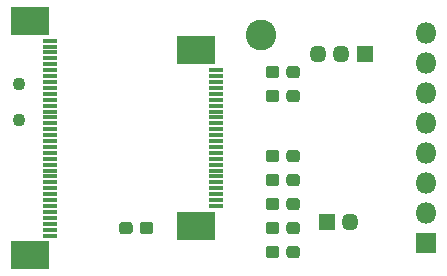
<source format=gbr>
%TF.GenerationSoftware,KiCad,Pcbnew,(5.1.6)-1*%
%TF.CreationDate,2020-05-23T23:32:43+08:00*%
%TF.ProjectId,ePap,65506170-2e6b-4696-9361-645f70636258,rev?*%
%TF.SameCoordinates,Original*%
%TF.FileFunction,Soldermask,Top*%
%TF.FilePolarity,Negative*%
%FSLAX46Y46*%
G04 Gerber Fmt 4.6, Leading zero omitted, Abs format (unit mm)*
G04 Created by KiCad (PCBNEW (5.1.6)-1) date 2020-05-23 23:32:43*
%MOMM*%
%LPD*%
G01*
G04 APERTURE LIST*
%ADD10R,1.800000X1.800000*%
%ADD11O,1.800000X1.800000*%
%ADD12R,1.450000X1.450000*%
%ADD13O,1.450000X1.450000*%
%ADD14R,1.200000X0.400000*%
%ADD15R,3.200000X2.400000*%
%ADD16C,1.100000*%
%ADD17C,2.600000*%
G04 APERTURE END LIST*
D10*
%TO.C,J4*%
X136398000Y-106426000D03*
D11*
X136398000Y-103886000D03*
X136398000Y-101346000D03*
X136398000Y-98806000D03*
X136398000Y-96266000D03*
X136398000Y-93726000D03*
X136398000Y-91186000D03*
X136398000Y-88646000D03*
%TD*%
%TO.C,C1*%
G36*
G01*
X124619000Y-107450500D02*
X124619000Y-106925500D01*
G75*
G02*
X124881500Y-106663000I262500J0D01*
G01*
X125506500Y-106663000D01*
G75*
G02*
X125769000Y-106925500I0J-262500D01*
G01*
X125769000Y-107450500D01*
G75*
G02*
X125506500Y-107713000I-262500J0D01*
G01*
X124881500Y-107713000D01*
G75*
G02*
X124619000Y-107450500I0J262500D01*
G01*
G37*
G36*
G01*
X122869000Y-107450500D02*
X122869000Y-106925500D01*
G75*
G02*
X123131500Y-106663000I262500J0D01*
G01*
X123756500Y-106663000D01*
G75*
G02*
X124019000Y-106925500I0J-262500D01*
G01*
X124019000Y-107450500D01*
G75*
G02*
X123756500Y-107713000I-262500J0D01*
G01*
X123131500Y-107713000D01*
G75*
G02*
X122869000Y-107450500I0J262500D01*
G01*
G37*
%TD*%
%TO.C,C2*%
G36*
G01*
X124619000Y-99322500D02*
X124619000Y-98797500D01*
G75*
G02*
X124881500Y-98535000I262500J0D01*
G01*
X125506500Y-98535000D01*
G75*
G02*
X125769000Y-98797500I0J-262500D01*
G01*
X125769000Y-99322500D01*
G75*
G02*
X125506500Y-99585000I-262500J0D01*
G01*
X124881500Y-99585000D01*
G75*
G02*
X124619000Y-99322500I0J262500D01*
G01*
G37*
G36*
G01*
X122869000Y-99322500D02*
X122869000Y-98797500D01*
G75*
G02*
X123131500Y-98535000I262500J0D01*
G01*
X123756500Y-98535000D01*
G75*
G02*
X124019000Y-98797500I0J-262500D01*
G01*
X124019000Y-99322500D01*
G75*
G02*
X123756500Y-99585000I-262500J0D01*
G01*
X123131500Y-99585000D01*
G75*
G02*
X122869000Y-99322500I0J262500D01*
G01*
G37*
%TD*%
%TO.C,C3*%
G36*
G01*
X124619000Y-92210500D02*
X124619000Y-91685500D01*
G75*
G02*
X124881500Y-91423000I262500J0D01*
G01*
X125506500Y-91423000D01*
G75*
G02*
X125769000Y-91685500I0J-262500D01*
G01*
X125769000Y-92210500D01*
G75*
G02*
X125506500Y-92473000I-262500J0D01*
G01*
X124881500Y-92473000D01*
G75*
G02*
X124619000Y-92210500I0J262500D01*
G01*
G37*
G36*
G01*
X122869000Y-92210500D02*
X122869000Y-91685500D01*
G75*
G02*
X123131500Y-91423000I262500J0D01*
G01*
X123756500Y-91423000D01*
G75*
G02*
X124019000Y-91685500I0J-262500D01*
G01*
X124019000Y-92210500D01*
G75*
G02*
X123756500Y-92473000I-262500J0D01*
G01*
X123131500Y-92473000D01*
G75*
G02*
X122869000Y-92210500I0J262500D01*
G01*
G37*
%TD*%
%TO.C,C4*%
G36*
G01*
X110451000Y-105418500D02*
X110451000Y-104893500D01*
G75*
G02*
X110713500Y-104631000I262500J0D01*
G01*
X111338500Y-104631000D01*
G75*
G02*
X111601000Y-104893500I0J-262500D01*
G01*
X111601000Y-105418500D01*
G75*
G02*
X111338500Y-105681000I-262500J0D01*
G01*
X110713500Y-105681000D01*
G75*
G02*
X110451000Y-105418500I0J262500D01*
G01*
G37*
G36*
G01*
X112201000Y-105418500D02*
X112201000Y-104893500D01*
G75*
G02*
X112463500Y-104631000I262500J0D01*
G01*
X113088500Y-104631000D01*
G75*
G02*
X113351000Y-104893500I0J-262500D01*
G01*
X113351000Y-105418500D01*
G75*
G02*
X113088500Y-105681000I-262500J0D01*
G01*
X112463500Y-105681000D01*
G75*
G02*
X112201000Y-105418500I0J262500D01*
G01*
G37*
%TD*%
%TO.C,C5*%
G36*
G01*
X124619000Y-105418500D02*
X124619000Y-104893500D01*
G75*
G02*
X124881500Y-104631000I262500J0D01*
G01*
X125506500Y-104631000D01*
G75*
G02*
X125769000Y-104893500I0J-262500D01*
G01*
X125769000Y-105418500D01*
G75*
G02*
X125506500Y-105681000I-262500J0D01*
G01*
X124881500Y-105681000D01*
G75*
G02*
X124619000Y-105418500I0J262500D01*
G01*
G37*
G36*
G01*
X122869000Y-105418500D02*
X122869000Y-104893500D01*
G75*
G02*
X123131500Y-104631000I262500J0D01*
G01*
X123756500Y-104631000D01*
G75*
G02*
X124019000Y-104893500I0J-262500D01*
G01*
X124019000Y-105418500D01*
G75*
G02*
X123756500Y-105681000I-262500J0D01*
G01*
X123131500Y-105681000D01*
G75*
G02*
X122869000Y-105418500I0J262500D01*
G01*
G37*
%TD*%
%TO.C,C6*%
G36*
G01*
X122869000Y-94242500D02*
X122869000Y-93717500D01*
G75*
G02*
X123131500Y-93455000I262500J0D01*
G01*
X123756500Y-93455000D01*
G75*
G02*
X124019000Y-93717500I0J-262500D01*
G01*
X124019000Y-94242500D01*
G75*
G02*
X123756500Y-94505000I-262500J0D01*
G01*
X123131500Y-94505000D01*
G75*
G02*
X122869000Y-94242500I0J262500D01*
G01*
G37*
G36*
G01*
X124619000Y-94242500D02*
X124619000Y-93717500D01*
G75*
G02*
X124881500Y-93455000I262500J0D01*
G01*
X125506500Y-93455000D01*
G75*
G02*
X125769000Y-93717500I0J-262500D01*
G01*
X125769000Y-94242500D01*
G75*
G02*
X125506500Y-94505000I-262500J0D01*
G01*
X124881500Y-94505000D01*
G75*
G02*
X124619000Y-94242500I0J262500D01*
G01*
G37*
%TD*%
%TO.C,C7*%
G36*
G01*
X122869000Y-103386500D02*
X122869000Y-102861500D01*
G75*
G02*
X123131500Y-102599000I262500J0D01*
G01*
X123756500Y-102599000D01*
G75*
G02*
X124019000Y-102861500I0J-262500D01*
G01*
X124019000Y-103386500D01*
G75*
G02*
X123756500Y-103649000I-262500J0D01*
G01*
X123131500Y-103649000D01*
G75*
G02*
X122869000Y-103386500I0J262500D01*
G01*
G37*
G36*
G01*
X124619000Y-103386500D02*
X124619000Y-102861500D01*
G75*
G02*
X124881500Y-102599000I262500J0D01*
G01*
X125506500Y-102599000D01*
G75*
G02*
X125769000Y-102861500I0J-262500D01*
G01*
X125769000Y-103386500D01*
G75*
G02*
X125506500Y-103649000I-262500J0D01*
G01*
X124881500Y-103649000D01*
G75*
G02*
X124619000Y-103386500I0J262500D01*
G01*
G37*
%TD*%
%TO.C,C8*%
G36*
G01*
X122869000Y-101354500D02*
X122869000Y-100829500D01*
G75*
G02*
X123131500Y-100567000I262500J0D01*
G01*
X123756500Y-100567000D01*
G75*
G02*
X124019000Y-100829500I0J-262500D01*
G01*
X124019000Y-101354500D01*
G75*
G02*
X123756500Y-101617000I-262500J0D01*
G01*
X123131500Y-101617000D01*
G75*
G02*
X122869000Y-101354500I0J262500D01*
G01*
G37*
G36*
G01*
X124619000Y-101354500D02*
X124619000Y-100829500D01*
G75*
G02*
X124881500Y-100567000I262500J0D01*
G01*
X125506500Y-100567000D01*
G75*
G02*
X125769000Y-100829500I0J-262500D01*
G01*
X125769000Y-101354500D01*
G75*
G02*
X125506500Y-101617000I-262500J0D01*
G01*
X124881500Y-101617000D01*
G75*
G02*
X124619000Y-101354500I0J262500D01*
G01*
G37*
%TD*%
D12*
%TO.C,J2*%
X131254000Y-90424000D03*
D13*
X129254000Y-90424000D03*
X127254000Y-90424000D03*
%TD*%
D12*
%TO.C,J3*%
X128016000Y-104648000D03*
D13*
X130016000Y-104648000D03*
%TD*%
D14*
%TO.C,J5*%
X118698000Y-91786000D03*
X118698000Y-92286000D03*
X118698000Y-92786000D03*
X118698000Y-93286000D03*
X118698000Y-93786000D03*
X118698000Y-94286000D03*
X118698000Y-94786000D03*
X118698000Y-95286000D03*
X118698000Y-95786000D03*
X118698000Y-96286000D03*
X118698000Y-96786000D03*
X118698000Y-97286000D03*
X118698000Y-97786000D03*
X118698000Y-98286000D03*
X118698000Y-98786000D03*
X118698000Y-99286000D03*
X118698000Y-99786000D03*
X118698000Y-100286000D03*
X118698000Y-100786000D03*
X118698000Y-101286000D03*
X118698000Y-101786000D03*
X118698000Y-102286000D03*
X118698000Y-102786000D03*
X118698000Y-103286000D03*
D15*
X116998000Y-90116000D03*
X116998000Y-104956000D03*
%TD*%
%TO.C,J6*%
X102870000Y-107456000D03*
X102870000Y-87616000D03*
D14*
X104570000Y-105786000D03*
X104570000Y-105286000D03*
X104570000Y-104786000D03*
X104570000Y-104286000D03*
X104570000Y-103786000D03*
X104570000Y-103286000D03*
X104570000Y-102786000D03*
X104570000Y-102286000D03*
X104570000Y-101786000D03*
X104570000Y-101286000D03*
X104570000Y-100786000D03*
X104570000Y-100286000D03*
X104570000Y-99786000D03*
X104570000Y-99286000D03*
X104570000Y-98786000D03*
X104570000Y-98286000D03*
X104570000Y-97786000D03*
X104570000Y-97286000D03*
X104570000Y-96786000D03*
X104570000Y-96286000D03*
X104570000Y-95786000D03*
X104570000Y-95286000D03*
X104570000Y-94786000D03*
X104570000Y-94286000D03*
X104570000Y-93786000D03*
X104570000Y-93286000D03*
X104570000Y-92786000D03*
X104570000Y-92286000D03*
X104570000Y-91786000D03*
X104570000Y-91286000D03*
X104570000Y-90786000D03*
X104570000Y-90286000D03*
X104570000Y-89786000D03*
X104570000Y-89286000D03*
%TD*%
D16*
%TO.C,TP1*%
X101981000Y-92964000D03*
%TD*%
%TO.C,TP2*%
X101981000Y-96012000D03*
%TD*%
D17*
%TO.C,TP3*%
X122428000Y-88773000D03*
%TD*%
M02*

</source>
